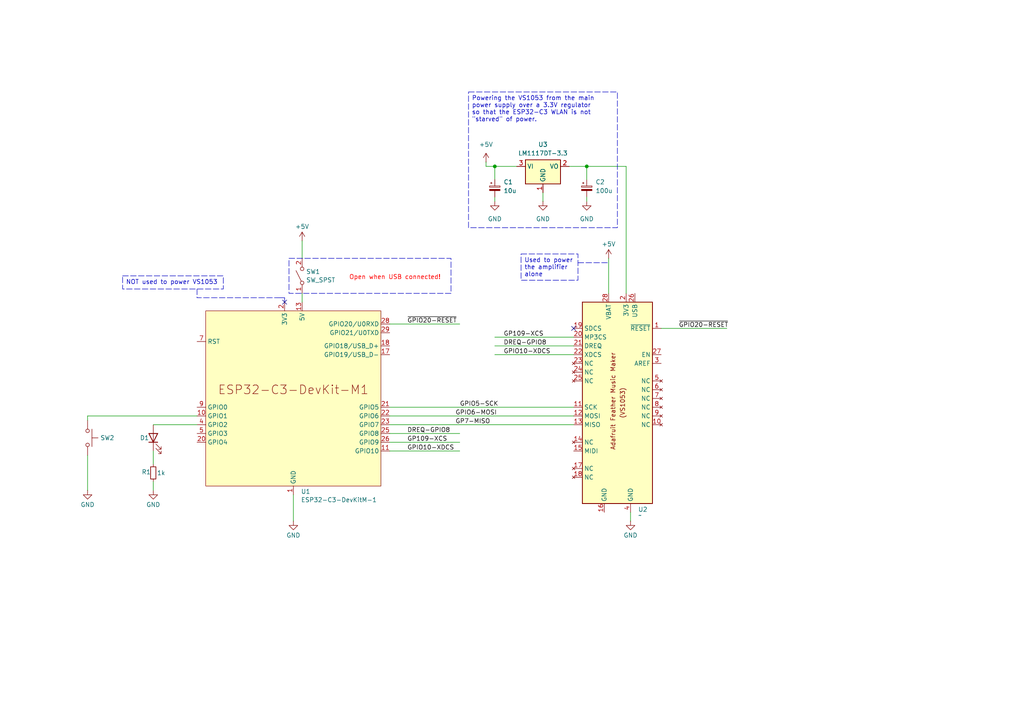
<source format=kicad_sch>
(kicad_sch (version 20250114) (generator "eeschema") (generator_version "9.0")
  (paper "A4")
  (title_block (title "Interim Internet Radio") (date "2024-11-23") (rev "DEV") (comment 1 "Intended as test bed for software development") (comment 4 "Development version using Adafruit MP3 codec"))
  (lib_symbols
    (symbol "Adafruit-music-maker:Adafruit_Feather_Music_Maker_VS1053" (exclude_from_sim yes)
      (property "Reference" "U2" (at 6.0041 -29.6601 0))
      (property "Value" "~" (at 6.0041 -31.3415 0))
      (symbol "Adafruit_Feather_Music_Maker_VS1053_0_1"
        (rectangle (start -10.16 30.48) (end 10.16 -27.94) (stroke (width 0.254)) (fill (type background)))
      )
      (symbol "Adafruit_Feather_Music_Maker_VS1053_1_1"
        (text "Adafruit Feather Music Maker" (at -1.27 1.778 900) (effects (font (size 1.27 1.27))))
        (text "(VS1053)" (at 1.524 1.27 900) (effects (font (size 1.27 1.27))))
        (pin input line (at -12.7 22.86 0) (length 2.54) (name "SDCS") (number "19"))
        (pin input line (at -12.7 20.32 0) (length 2.54) (name "MP3CS") (number "20"))
        (pin output line (at -12.7 17.78 0) (length 2.54) (name "DREQ") (number "21"))
        (pin input line (at -12.7 15.24 0) (length 2.54) (name "XDCS") (number "22"))
        (pin no_connect line (at -12.7 12.7 0) (length 2.54) (name "NC") (number "23"))
        (pin no_connect line (at -12.7 10.16 0) (length 2.54) (name "NC") (number "24"))
        (pin no_connect line (at -12.7 7.62 0) (length 2.54) (name "NC") (number "25"))
        (pin bidirectional line (at -12.7 0 0) (length 2.54) (name "SCK") (number "11"))
        (pin bidirectional line (at -12.7 -2.54 0) (length 2.54) (name "MOSI") (number "12"))
        (pin bidirectional line (at -12.7 -5.08 0) (length 2.54) (name "MISO") (number "13"))
        (pin no_connect line (at -12.7 -10.16 0) (length 2.54) (name "NC") (number "14"))
        (pin bidirectional line (at -12.7 -12.7 0) (length 2.54) (name "MIDI") (number "15"))
        (pin no_connect line (at -12.7 -17.78 0) (length 2.54) (name "NC") (number "17"))
        (pin no_connect line (at -12.7 -20.32 0) (length 2.54) (name "NC") (number "18"))
        (pin power_in line (at -3.81 -30.48 90) (length 2.54) (name "GND") (number "16"))
        (pin power_in line (at -2.54 33.02 270) (length 2.54) (name "VBAT") (number "28"))
        (pin power_in line (at 2.54 33.02 270) (length 2.54) (name "3V3") (number "2"))
        (pin power_in line (at 3.81 -30.48 90) (length 2.54) (name "GND") (number "4"))
        (pin power_in line (at 5.08 33.02 270) (length 2.54) (name "USB") (number "26"))
        (pin input line (at 12.7 22.86 180) (length 2.54) (name "~{RESET}") (number "1"))
        (pin input line (at 12.7 15.24 180) (length 2.54) (name "EN") (number "27"))
        (pin input line (at 12.7 12.7 180) (length 2.54) (name "AREF") (number "3"))
        (pin no_connect line (at 12.7 7.62 180) (length 2.54) (name "NC") (number "5"))
        (pin no_connect line (at 12.7 5.08 180) (length 2.54) (name "NC") (number "6"))
        (pin no_connect line (at 12.7 2.54 180) (length 2.54) (name "NC") (number "7"))
        (pin no_connect line (at 12.7 0 180) (length 2.54) (name "NC") (number "8"))
        (pin no_connect line (at 12.7 -2.54 180) (length 2.54) (name "NC") (number "9"))
        (pin no_connect line (at 12.7 -5.08 180) (length 2.54) (name "NC") (number "10"))
      )
    )
    (symbol "Device:C_Polarized_Small" (pin_numbers (hide yes)) (pin_names (offset 0.254) (hide yes))
      (property "Reference" "C" (at 0.254 1.778 0))
      (property "Value" "C_Polarized_Small" (at 0.254 -2.032 0))
      (symbol "C_Polarized_Small_0_1"
        (rectangle (start -1.524 0.6858) (end 1.524 0.3048))
        (rectangle (start -1.524 -0.3048) (end 1.524 -0.6858) (fill (type outline)))
        (polyline (pts (xy -1.27 1.524) (xy -0.762 1.524)))
        (polyline (pts (xy -1.016 1.27) (xy -1.016 1.778)))
      )
      (symbol "C_Polarized_Small_1_1"
        (pin passive line (at 0 2.54 270) (length 1.8542) (name "~") (number "1"))
        (pin passive line (at 0 -2.54 90) (length 1.8542) (name "~") (number "2"))
      )
    )
    (symbol "Device:LED" (pin_numbers (hide yes)) (pin_names (offset 1.016) (hide yes))
      (property "Reference" "D" (at 0 2.54 0))
      (property "Value" "LED" (at 0 -2.54 0))
      (symbol "LED_0_1"
        (polyline (pts (xy -3.048 -0.762) (xy -4.572 -2.286) (xy -3.81 -2.286) (xy -4.572 -2.286) (xy -4.572 -1.524)))
        (polyline (pts (xy -1.778 -0.762) (xy -3.302 -2.286) (xy -2.54 -2.286) (xy -3.302 -2.286) (xy -3.302 -1.524)))
        (polyline (pts (xy -1.27 0) (xy 1.27 0)))
        (polyline (pts (xy -1.27 -1.27) (xy -1.27 1.27)) (stroke (width 0.254)))
        (polyline (pts (xy 1.27 -1.27) (xy 1.27 1.27) (xy -1.27 0) (xy 1.27 -1.27)) (stroke (width 0.254)))
      )
      (symbol "LED_1_1"
        (pin passive line (at -3.81 0 0) (length 2.54) (name "K") (number "1"))
        (pin passive line (at 3.81 0 180) (length 2.54) (name "A") (number "2"))
      )
    )
    (symbol "Device:R_Small" (pin_numbers (hide yes)) (pin_names (offset 0.254) (hide yes))
      (property "Reference" "R" (at 0.762 0.508 0))
      (property "Value" "R_Small" (at 0.762 -1.016 0))
      (symbol "R_Small_0_1"
        (rectangle (start -0.762 1.778) (end 0.762 -1.778) (stroke (width 0.2032)))
      )
      (symbol "R_Small_1_1"
        (pin passive line (at 0 2.54 270) (length 0.762) (name "~") (number "1"))
        (pin passive line (at 0 -2.54 90) (length 0.762) (name "~") (number "2"))
      )
    )
    (symbol "Espressif:ESP32-C3-DevKitM-1"
      (property "Reference" "U1" (at 2.1941 -26.9931 0))
      (property "Value" "ESP32-C3-DevKitM-1" (at 2.1941 -29.4174 0))
      (symbol "ESP32-C3-DevKitM-1_0_1"
        (rectangle (start -25.4 25.4) (end 25.4 -25.4) (fill (type background)))
      )
      (symbol "ESP32-C3-DevKitM-1_1_0"
        (text "ESP32-C3-DevKit-M1" (at 0 2.54 0) (effects (font (size 2.54 2.54))))
      )
      (symbol "ESP32-C3-DevKitM-1_1_1"
        (pin output line (at -27.94 16.51 0) (length 2.54) (name "RST") (number "7"))
        (pin bidirectional line (at -27.94 -2.54 0) (length 2.54) (name "GPIO0") (number "9"))
        (pin bidirectional line (at -27.94 -5.08 0) (length 2.54) (name "GPIO1") (number "10"))
        (pin bidirectional line (at -27.94 -7.62 0) (length 2.54) (name "GPIO2") (number "4"))
        (pin bidirectional line (at -27.94 -10.16 0) (length 2.54) (name "GPIO3") (number "5"))
        (pin bidirectional line (at -27.94 -12.7 0) (length 2.54) (name "GPIO4") (number "20"))
        (pin power_in line (at -2.54 27.94 270) (length 2.54) (name "3V3") (number "2"))
        (pin power_in line (at -2.54 27.94 270) (length 2.54) (hide yes) (name "3V3") (number "3"))
        (pin passive line (at 0 -27.94 90) (length 2.54) (name "GND") (number "1"))
        (pin passive line (at 0 -27.94 90) (length 2.54) (hide yes) (name "GND") (number "12"))
        (pin passive line (at 0 -27.94 90) (length 2.54) (hide yes) (name "GND") (number "15"))
        (pin passive line (at 0 -27.94 90) (length 2.54) (hide yes) (name "GND") (number "16"))
        (pin passive line (at 0 -27.94 90) (length 2.54) (hide yes) (name "GND") (number "19"))
        (pin passive line (at 0 -27.94 90) (length 2.54) (hide yes) (name "GND") (number "24"))
        (pin passive line (at 0 -27.94 90) (length 2.54) (hide yes) (name "GND") (number "27"))
        (pin passive line (at 0 -27.94 90) (length 2.54) (hide yes) (name "GND") (number "30"))
        (pin passive line (at 0 -27.94 90) (length 2.54) (hide yes) (name "GND") (number "6"))
        (pin passive line (at 0 -27.94 90) (length 2.54) (hide yes) (name "GND") (number "8"))
        (pin power_in line (at 2.54 27.94 270) (length 2.54) (name "5V") (number "13"))
        (pin power_in line (at 2.54 27.94 270) (length 2.54) (hide yes) (name "5V") (number "14"))
        (pin bidirectional line (at 27.94 21.59 180) (length 2.54) (name "GPIO20/U0RXD") (number "28"))
        (pin bidirectional line (at 27.94 19.05 180) (length 2.54) (name "GPIO21/U0TXD") (number "29"))
        (pin bidirectional line (at 27.94 15.24 180) (length 2.54) (name "GPIO18/USB_D+") (number "18"))
        (pin bidirectional line (at 27.94 12.7 180) (length 2.54) (name "GPIO19/USB_D-") (number "17"))
        (pin bidirectional line (at 27.94 -2.54 180) (length 2.54) (name "GPIO5") (number "21"))
        (pin bidirectional line (at 27.94 -5.08 180) (length 2.54) (name "GPIO6") (number "22"))
        (pin bidirectional line (at 27.94 -7.62 180) (length 2.54) (name "GPIO7") (number "23"))
        (pin bidirectional line (at 27.94 -10.16 180) (length 2.54) (name "GPIO8") (number "25"))
        (pin bidirectional line (at 27.94 -12.7 180) (length 2.54) (name "GPIO9") (number "26"))
        (pin bidirectional line (at 27.94 -15.24 180) (length 2.54) (name "GPIO10") (number "11"))
      )
    )
    (symbol "Regulator_Linear:LM1117DT-3.3"
      (property "Reference" "U" (at -3.81 3.175 0))
      (property "Value" "LM1117DT-3.3" (at 0 3.175 0))
      (symbol "LM1117DT-3.3_0_1"
        (rectangle (start -5.08 -5.08) (end 5.08 1.905) (stroke (width 0.254)) (fill (type background)))
      )
      (symbol "LM1117DT-3.3_1_1"
        (pin power_in line (at -7.62 0 0) (length 2.54) (name "VI") (number "3"))
        (pin power_in line (at 0 -7.62 90) (length 2.54) (name "GND") (number "1"))
        (pin power_out line (at 7.62 0 180) (length 2.54) (name "VO") (number "2"))
      )
    )
    (symbol "Switch:SW_Push" (pin_numbers (hide yes)) (pin_names (offset 1.016) (hide yes))
      (property "Reference" "SW" (at 1.27 2.54 0))
      (property "Value" "SW_Push" (at 0 -1.524 0))
      (symbol "SW_Push_0_1"
        (circle (center -2.032 0) (radius 0.508))
        (polyline (pts (xy 0 1.27) (xy 0 3.048)))
        (circle (center 2.032 0) (radius 0.508))
        (polyline (pts (xy 2.54 1.27) (xy -2.54 1.27)))
        (pin passive line (at -5.08 0 0) (length 2.54) (name "1") (number "1"))
        (pin passive line (at 5.08 0 180) (length 2.54) (name "2") (number "2"))
      )
    )
    (symbol "Switch:SW_SPST" (pin_names (offset 0) (hide yes))
      (property "Reference" "SW" (at 0 3.175 0))
      (property "Value" "SW_SPST" (at 0 -2.54 0))
      (symbol "SW_SPST_0_0"
        (circle (center -2.032 0) (radius 0.508))
        (polyline (pts (xy -1.524 0.254) (xy 1.524 1.778)))
        (circle (center 2.032 0) (radius 0.508))
      )
      (symbol "SW_SPST_1_1"
        (pin passive line (at -5.08 0 0) (length 2.54) (name "A") (number "1"))
        (pin passive line (at 5.08 0 180) (length 2.54) (name "B") (number "2"))
      )
    )
    (symbol "power:+5V" (power) (pin_numbers (hide yes)) (pin_names (offset 0) (hide yes))
      (property "Value" "+5V" (at 0 3.556 0))
      (symbol "+5V_0_1"
        (polyline (pts (xy -0.762 1.27) (xy 0 2.54)))
        (polyline (pts (xy 0 2.54) (xy 0.762 1.27)))
        (polyline (pts (xy 0 0) (xy 0 2.54)))
      )
      (symbol "+5V_1_1"
        (pin power_in line (at 0 0 90) (length 0) (name "~") (number "1"))
      )
    )
    (symbol "power:GND" (power) (pin_numbers (hide yes)) (pin_names (offset 0) (hide yes))
      (property "Value" "GND" (at 0 -3.81 0))
      (symbol "GND_0_1"
        (polyline (pts (xy 0 0) (xy 0 -1.27) (xy 1.27 -1.27) (xy 0 -2.54) (xy -1.27 -1.27) (xy 0 -1.27)))
      )
      (symbol "GND_1_1"
        (pin power_in line (at 0 0 270) (length 0) (name "~") (number "1"))
      )
    )
  )
  (rectangle (start 83.82 74.93) (end 130.81 85.09) (stroke (width 0) (type dash)))
  (text "Open when USB connected!" (at 114.554 80.518 0) (effects (font (size 1.27 1.27))))
  (text_box "NOT used to power VS1053" (at 35.56 80.01 0) (size 29.21 3.81) (margins 0.9525 0.9525 0.9525 0.9525) (stroke (width 0) (type dash)) (effects (font (size 1.27 1.27)) (justify left top)))
  (text_box "Used to power \nthe amplifier\nalone\n" (at 151.13 73.66 0) (size 16.51 7.62) (margins 0.9525 0.9525 0.9525 0.9525) (stroke (width 0) (type dash)) (effects (font (size 1.27 1.27)) (justify left top)))
  (text_box "Powering the VS1053 from the main \npower supply over a 3.3V regulator \nso that the ESP32-C3 WLAN is not \n\"starved\" of power. " (at 135.89 26.67 0) (size 43.18 39.37) (margins 0.9525 0.9525 0.9525 0.9525) (stroke (width 0) (type dash)) (effects (font (size 1.27 1.27)) (justify left top)))
  (junction (at 143.51 48.26))
  (junction (at 170.18 48.26))
  (no_connect (at 82.55 87.63))
  (no_connect (at 166.37 95.25))
  (wire (pts (xy 143.51 102.87) (xy 166.37 102.87)))
  (wire (pts (xy 176.53 74.93) (xy 176.53 85.09)))
  (wire (pts (xy 143.51 57.15) (xy 143.51 58.42)))
  (wire (pts (xy 85.09 143.51) (xy 85.09 151.13)))
  (wire (pts (xy 143.51 48.26) (xy 140.97 48.26)))
  (wire (pts (xy 113.03 93.98) (xy 133.35 93.98)))
  (wire (pts (xy 113.03 128.27) (xy 133.35 128.27)))
  (wire (pts (xy 44.45 142.24) (xy 44.45 139.7)))
  (wire (pts (xy 44.45 123.19) (xy 57.15 123.19)))
  (polyline (pts (xy 81.28 86.36) (xy 57.15 86.36)) (stroke (width 0) (type dash)))
  (wire (pts (xy 170.18 48.26) (xy 170.18 52.07)))
  (polyline (pts (xy 167.64 76.2) (xy 176.53 76.2)) (stroke (width 0) (type dash)))
  (polyline (pts (xy 57.15 83.82) (xy 57.15 86.36)) (stroke (width 0) (type dash)))
  (wire (pts (xy 143.51 100.33) (xy 166.37 100.33)))
  (polyline (pts (xy 82.55 86.36) (xy 81.28 86.36)) (stroke (width 0) (type dash)))
  (wire (pts (xy 170.18 57.15) (xy 170.18 58.42)))
  (wire (pts (xy 113.03 125.73) (xy 133.35 125.73)))
  (wire (pts (xy 143.51 48.26) (xy 143.51 52.07)))
  (wire (pts (xy 170.18 48.26) (xy 181.61 48.26)))
  (wire (pts (xy 157.48 55.88) (xy 157.48 58.42)))
  (wire (pts (xy 140.97 48.26) (xy 140.97 46.99)))
  (wire (pts (xy 181.61 48.26) (xy 181.61 85.09)))
  (wire (pts (xy 143.51 97.79) (xy 166.37 97.79)))
  (wire (pts (xy 87.63 85.09) (xy 87.63 87.63)))
  (wire (pts (xy 44.45 134.62) (xy 44.45 130.81)))
  (wire (pts (xy 57.15 120.65) (xy 25.4 120.65)))
  (wire (pts (xy 149.86 48.26) (xy 143.51 48.26)))
  (wire (pts (xy 25.4 120.65) (xy 25.4 121.92)))
  (wire (pts (xy 113.03 120.65) (xy 166.37 120.65)))
  (polyline (pts (xy 82.55 87.63) (xy 82.55 86.36)))
  (wire (pts (xy 25.4 132.08) (xy 25.4 142.24)))
  (wire (pts (xy 182.88 148.59) (xy 182.88 151.13)))
  (wire (pts (xy 191.77 95.25) (xy 210.82 95.25)))
  (wire (pts (xy 87.63 69.85) (xy 87.63 74.93)))
  (wire (pts (xy 165.1 48.26) (xy 170.18 48.26)))
  (wire (pts (xy 113.03 118.11) (xy 166.37 118.11)))
  (wire (pts (xy 113.03 123.19) (xy 166.37 123.19)))
  (wire (pts (xy 113.03 130.81) (xy 133.35 130.81)))
  (label "GPIO6-MOSI" (at 132.08 120.65 0))
  (label "GPIO10-XDCS" (at 146.05 102.87 0))
  (label "GPIO10-XDCS" (at 118.11 130.81 0))
  (label "GP109-XCS" (at 118.11 128.27 0))
  (label "DREQ-GPIO8" (at 146.05 100.33 0))
  (label "~{GPIO20-RESET}" (at 196.85 95.25 0))
  (label "GP109-XCS" (at 146.05 97.79 0))
  (label "DREQ-GPIO8" (at 118.11 125.73 0))
  (label "GP7-MISO" (at 132.08 123.19 0))
  (label "~{GPIO20-RESET}" (at 118.11 93.98 0))
  (label "GPIO5-SCK" (at 133.35 118.11 0))
  (symbol (lib_id "power:+5V") (at 140.97 46.99 0) (unit 1)
    (property "Reference" "#PWR08" (effects (hide yes)))
    (property "Value" "+5V" (at 140.97 41.91 0))
    (property "Description" "Power symbol creates a global label with name \"+5V\"" (effects (hide yes)))
  )
  (symbol (lib_id "power:GND") (at 44.45 142.24 0) (unit 1)
    (property "Reference" "#PWR05" (effects (hide yes)))
    (property "Value" "GND" (at 44.45 146.3731 0))
    (property "Description" "Power symbol creates a global label with name \"GND\" , ground" (effects (hide yes)))
  )
  (symbol (lib_id "power:GND") (at 170.18 58.42 0) (unit 1)
    (property "Reference" "#PWR010" (effects (hide yes)))
    (property "Value" "GND" (at 170.18 63.5 0))
    (property "Description" "Power symbol creates a global label with name \"GND\" , ground" (effects (hide yes)))
  )
  (symbol (lib_id "Device:C_Polarized_Small") (at 170.18 54.61 0) (unit 1)
    (property "Reference" "C2" (at 172.72 52.7938 0) (effects (justify left)))
    (property "Value" "100u" (at 172.72 55.3338 0) (effects (justify left)))
    (property "Description" "Polarized capacitor, small symbol" (effects (hide yes)))
  )
  (symbol (lib_id "power:GND") (at 157.48 58.42 0) (unit 1)
    (property "Reference" "#PWR07" (effects (hide yes)))
    (property "Value" "GND" (at 157.48 63.5 0))
    (property "Description" "Power symbol creates a global label with name \"GND\" , ground" (effects (hide yes)))
  )
  (symbol (lib_id "Device:C_Polarized_Small") (at 143.51 54.61 0) (unit 1)
    (property "Reference" "C1" (at 146.05 52.7938 0) (effects (justify left)))
    (property "Value" "10u" (at 146.05 55.3338 0) (effects (justify left)))
    (property "Description" "Polarized capacitor, small symbol" (effects (hide yes)))
  )
  (symbol (lib_id "power:GND") (at 182.88 151.13 0) (unit 1)
    (property "Reference" "#PWR03" (effects (hide yes)))
    (property "Value" "GND" (at 182.88 155.2631 0))
    (property "Description" "Power symbol creates a global label with name \"GND\" , ground" (effects (hide yes)))
  )
  (symbol (lib_id "power:+5V") (at 87.63 69.85 0) (unit 1)
    (property "Reference" "#PWR01" (effects (hide yes)))
    (property "Value" "+5V" (at 87.63 65.7169 0))
    (property "Description" "Power symbol creates a global label with name \"+5V\"" (effects (hide yes)))
  )
  (symbol (lib_id "Adafruit-music-maker:Adafruit_Feather_Music_Maker_VS1053") (at 179.07 118.11 0) (unit 1)
    (property "Reference" "U2" (at 185.0741 147.7701 0) (effects (justify left)))
    (property "Value" "~" (at 185.0741 149.4515 0) (effects (justify left)))
  )
  (symbol (lib_id "Device:R_Small") (at 44.45 137.16 180) (unit 1)
    (property "Reference" "R1" (at 42.418 136.906 0))
    (property "Value" "1k" (at 46.736 137.16 0))
    (property "Description" "Resistor, small symbol" (effects (hide yes)))
  )
  (symbol (lib_id "power:GND") (at 85.09 151.13 0) (unit 1)
    (property "Reference" "#PWR04" (effects (hide yes)))
    (property "Value" "GND" (at 85.09 155.2631 0))
    (property "Description" "Power symbol creates a global label with name \"GND\" , ground" (effects (hide yes)))
  )
  (symbol (lib_id "Regulator_Linear:LM1117DT-3.3") (at 157.48 48.26 0) (unit 1)
    (property "Reference" "U3" (at 157.48 41.91 0))
    (property "Value" "LM1117DT-3.3" (at 157.48 44.45 0))
    (property "Footprint" "Package_TO_SOT_SMD:TO-252-3_TabPin2" (effects (hide yes)))
    (property "Datasheet" "http://www.ti.com/lit/ds/symlink/lm1117.pdf" (effects (hide yes)))
    (property "Description" "800mA Low-Dropout Linear Regulator, 3.3V fixed output, TO-252" (effects (hide yes)))
  )
  (symbol (lib_id "Device:LED") (at 44.45 127 90) (unit 1)
    (property "Reference" "D1" (at 41.91 127 90))
    (property "Value" "LED" (effects (hide yes)))
    (property "Description" "Light emitting diode" (effects (hide yes)))
  )
  (symbol (lib_id "power:GND") (at 143.51 58.42 0) (unit 1)
    (property "Reference" "#PWR09" (effects (hide yes)))
    (property "Value" "GND" (at 143.51 63.5 0))
    (property "Description" "Power symbol creates a global label with name \"GND\" , ground" (effects (hide yes)))
  )
  (symbol (lib_id "power:+5V") (at 176.53 74.93 0) (unit 1)
    (property "Reference" "#PWR02" (effects (hide yes)))
    (property "Value" "+5V" (at 176.53 70.7969 0))
    (property "Description" "Power symbol creates a global label with name \"+5V\"" (effects (hide yes)))
  )
  (symbol (lib_id "power:GND") (at 25.4 142.24 0) (unit 1)
    (property "Reference" "#PWR06" (effects (hide yes)))
    (property "Value" "GND" (at 25.4 146.3731 0))
    (property "Description" "Power symbol creates a global label with name \"GND\" , ground" (effects (hide yes)))
  )
  (symbol (lib_id "Switch:SW_SPST") (at 87.63 80.01 90) (unit 1)
    (property "Reference" "SW1" (at 88.773 78.7978 90) (effects (justify right)))
    (property "Value" "SW_SPST" (at 88.773 81.2221 90) (effects (justify right)))
    (property "Description" "Single Pole Single Throw (SPST) switch" (effects (hide yes)))
  )
  (symbol (lib_id "Switch:SW_Push") (at 25.4 127 270) (unit 1)
    (property "Reference" "SW2" (at 29.083 127 90) (effects (justify left)))
    (property "Value" "SW_Push" (effects (hide yes)))
    (property "Description" "Push button switch, generic, two pins" (effects (hide yes)))
  )
  (symbol (lib_id "Espressif:ESP32-C3-DevKitM-1") (at 85.09 115.57 0) (unit 1)
    (property "Reference" "U1" (at 87.2841 142.5631 0) (effects (justify left)))
    (property "Value" "ESP32-C3-DevKitM-1" (at 87.2841 144.9874 0) (effects (justify left)))
    (property "Footprint" "PCM_Espressif:ESP32-C3-DevKitM-1" (effects (hide yes)))
    (property "Datasheet" "https://www.espressif.com/sites/default/files/documentation/esp32-c3-mini-1_datasheet_en.pdf" (effects (hide yes)))
    (property "Description" "ESP32-C3-MINI-1 family is an ultra-low-power MCU-based SoC solution that supports 2.4 GHz Wi-Fi and Bluetooth®Low Energy (Bluetooth LE)." (effects (hide yes)))
  )
)
</source>
